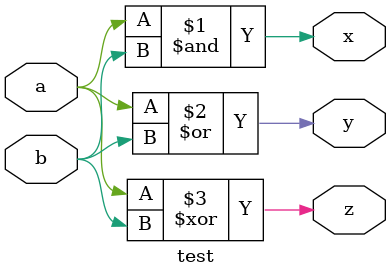
<source format=v>
module test(
    a,b,
    x, y, z
 );
 
input a,b;
output x, y, z;

wire x, y, z;

assign x = a&b;
assign y = a|b;
assign z = a^b;

endmodule

</source>
